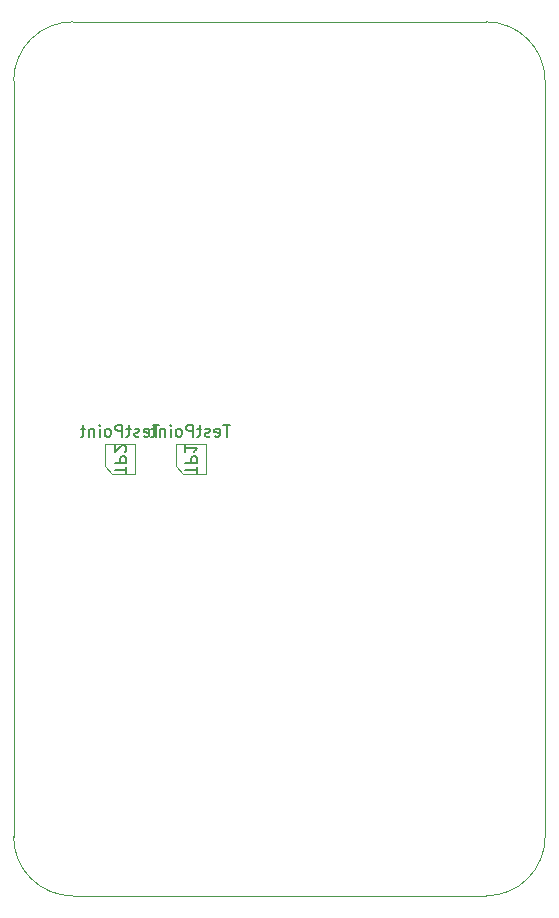
<source format=gbr>
%TF.GenerationSoftware,KiCad,Pcbnew,(5.1.10)-1*%
%TF.CreationDate,2022-05-06T17:00:31+02:00*%
%TF.ProjectId,LTE_HW,4c54455f-4857-42e6-9b69-6361645f7063,rev?*%
%TF.SameCoordinates,Original*%
%TF.FileFunction,Other,Fab,Bot*%
%FSLAX46Y46*%
G04 Gerber Fmt 4.6, Leading zero omitted, Abs format (unit mm)*
G04 Created by KiCad (PCBNEW (5.1.10)-1) date 2022-05-06 17:00:31*
%MOMM*%
%LPD*%
G01*
G04 APERTURE LIST*
%TA.AperFunction,Profile*%
%ADD10C,0.050000*%
%TD*%
%ADD11C,0.100000*%
%ADD12C,0.150000*%
G04 APERTURE END LIST*
D10*
X150000000Y-145000000D02*
G75*
G02*
X145000000Y-150000000I-5000000J0D01*
G01*
X145000000Y-76000000D02*
G75*
G02*
X150000000Y-81000000I0J-5000000D01*
G01*
X105000000Y-81000000D02*
G75*
G02*
X110000000Y-76000000I5000000J0D01*
G01*
X110000000Y-150000000D02*
G75*
G02*
X105000000Y-145000000I0J5000000D01*
G01*
X145000000Y-76000000D02*
X110000000Y-76000000D01*
X150000000Y-145000000D02*
X150000000Y-81000000D01*
X110000000Y-150000000D02*
X145000000Y-150000000D01*
X105000000Y-81000000D02*
X105000000Y-145000000D01*
D11*
%TO.C,TP2*%
X112730000Y-113635000D02*
X113365000Y-114270000D01*
X112730000Y-111730000D02*
X112730000Y-113635000D01*
X115270000Y-111730000D02*
X112730000Y-111730000D01*
X115270000Y-114270000D02*
X115270000Y-111730000D01*
X113365000Y-114270000D02*
X115270000Y-114270000D01*
%TO.C,TP1*%
X119365000Y-114270000D02*
X121270000Y-114270000D01*
X121270000Y-114270000D02*
X121270000Y-111730000D01*
X121270000Y-111730000D02*
X118730000Y-111730000D01*
X118730000Y-111730000D02*
X118730000Y-113635000D01*
X118730000Y-113635000D02*
X119365000Y-114270000D01*
%TD*%
%TO.C,TP2*%
D12*
X117333333Y-110122380D02*
X116761904Y-110122380D01*
X117047619Y-111122380D02*
X117047619Y-110122380D01*
X116047619Y-111074761D02*
X116142857Y-111122380D01*
X116333333Y-111122380D01*
X116428571Y-111074761D01*
X116476190Y-110979523D01*
X116476190Y-110598571D01*
X116428571Y-110503333D01*
X116333333Y-110455714D01*
X116142857Y-110455714D01*
X116047619Y-110503333D01*
X116000000Y-110598571D01*
X116000000Y-110693809D01*
X116476190Y-110789047D01*
X115619047Y-111074761D02*
X115523809Y-111122380D01*
X115333333Y-111122380D01*
X115238095Y-111074761D01*
X115190476Y-110979523D01*
X115190476Y-110931904D01*
X115238095Y-110836666D01*
X115333333Y-110789047D01*
X115476190Y-110789047D01*
X115571428Y-110741428D01*
X115619047Y-110646190D01*
X115619047Y-110598571D01*
X115571428Y-110503333D01*
X115476190Y-110455714D01*
X115333333Y-110455714D01*
X115238095Y-110503333D01*
X114904761Y-110455714D02*
X114523809Y-110455714D01*
X114761904Y-110122380D02*
X114761904Y-110979523D01*
X114714285Y-111074761D01*
X114619047Y-111122380D01*
X114523809Y-111122380D01*
X114190476Y-111122380D02*
X114190476Y-110122380D01*
X113809523Y-110122380D01*
X113714285Y-110170000D01*
X113666666Y-110217619D01*
X113619047Y-110312857D01*
X113619047Y-110455714D01*
X113666666Y-110550952D01*
X113714285Y-110598571D01*
X113809523Y-110646190D01*
X114190476Y-110646190D01*
X113047619Y-111122380D02*
X113142857Y-111074761D01*
X113190476Y-111027142D01*
X113238095Y-110931904D01*
X113238095Y-110646190D01*
X113190476Y-110550952D01*
X113142857Y-110503333D01*
X113047619Y-110455714D01*
X112904761Y-110455714D01*
X112809523Y-110503333D01*
X112761904Y-110550952D01*
X112714285Y-110646190D01*
X112714285Y-110931904D01*
X112761904Y-111027142D01*
X112809523Y-111074761D01*
X112904761Y-111122380D01*
X113047619Y-111122380D01*
X112285714Y-111122380D02*
X112285714Y-110455714D01*
X112285714Y-110122380D02*
X112333333Y-110170000D01*
X112285714Y-110217619D01*
X112238095Y-110170000D01*
X112285714Y-110122380D01*
X112285714Y-110217619D01*
X111809523Y-110455714D02*
X111809523Y-111122380D01*
X111809523Y-110550952D02*
X111761904Y-110503333D01*
X111666666Y-110455714D01*
X111523809Y-110455714D01*
X111428571Y-110503333D01*
X111380952Y-110598571D01*
X111380952Y-111122380D01*
X111047619Y-110455714D02*
X110666666Y-110455714D01*
X110904761Y-110122380D02*
X110904761Y-110979523D01*
X110857142Y-111074761D01*
X110761904Y-111122380D01*
X110666666Y-111122380D01*
X114547619Y-114261904D02*
X114547619Y-113690476D01*
X113547619Y-113976190D02*
X114547619Y-113976190D01*
X113547619Y-113357142D02*
X114547619Y-113357142D01*
X114547619Y-112976190D01*
X114500000Y-112880952D01*
X114452380Y-112833333D01*
X114357142Y-112785714D01*
X114214285Y-112785714D01*
X114119047Y-112833333D01*
X114071428Y-112880952D01*
X114023809Y-112976190D01*
X114023809Y-113357142D01*
X114452380Y-112404761D02*
X114500000Y-112357142D01*
X114547619Y-112261904D01*
X114547619Y-112023809D01*
X114500000Y-111928571D01*
X114452380Y-111880952D01*
X114357142Y-111833333D01*
X114261904Y-111833333D01*
X114119047Y-111880952D01*
X113547619Y-112452380D01*
X113547619Y-111833333D01*
%TO.C,TP1*%
X123333333Y-110122380D02*
X122761904Y-110122380D01*
X123047619Y-111122380D02*
X123047619Y-110122380D01*
X122047619Y-111074761D02*
X122142857Y-111122380D01*
X122333333Y-111122380D01*
X122428571Y-111074761D01*
X122476190Y-110979523D01*
X122476190Y-110598571D01*
X122428571Y-110503333D01*
X122333333Y-110455714D01*
X122142857Y-110455714D01*
X122047619Y-110503333D01*
X122000000Y-110598571D01*
X122000000Y-110693809D01*
X122476190Y-110789047D01*
X121619047Y-111074761D02*
X121523809Y-111122380D01*
X121333333Y-111122380D01*
X121238095Y-111074761D01*
X121190476Y-110979523D01*
X121190476Y-110931904D01*
X121238095Y-110836666D01*
X121333333Y-110789047D01*
X121476190Y-110789047D01*
X121571428Y-110741428D01*
X121619047Y-110646190D01*
X121619047Y-110598571D01*
X121571428Y-110503333D01*
X121476190Y-110455714D01*
X121333333Y-110455714D01*
X121238095Y-110503333D01*
X120904761Y-110455714D02*
X120523809Y-110455714D01*
X120761904Y-110122380D02*
X120761904Y-110979523D01*
X120714285Y-111074761D01*
X120619047Y-111122380D01*
X120523809Y-111122380D01*
X120190476Y-111122380D02*
X120190476Y-110122380D01*
X119809523Y-110122380D01*
X119714285Y-110170000D01*
X119666666Y-110217619D01*
X119619047Y-110312857D01*
X119619047Y-110455714D01*
X119666666Y-110550952D01*
X119714285Y-110598571D01*
X119809523Y-110646190D01*
X120190476Y-110646190D01*
X119047619Y-111122380D02*
X119142857Y-111074761D01*
X119190476Y-111027142D01*
X119238095Y-110931904D01*
X119238095Y-110646190D01*
X119190476Y-110550952D01*
X119142857Y-110503333D01*
X119047619Y-110455714D01*
X118904761Y-110455714D01*
X118809523Y-110503333D01*
X118761904Y-110550952D01*
X118714285Y-110646190D01*
X118714285Y-110931904D01*
X118761904Y-111027142D01*
X118809523Y-111074761D01*
X118904761Y-111122380D01*
X119047619Y-111122380D01*
X118285714Y-111122380D02*
X118285714Y-110455714D01*
X118285714Y-110122380D02*
X118333333Y-110170000D01*
X118285714Y-110217619D01*
X118238095Y-110170000D01*
X118285714Y-110122380D01*
X118285714Y-110217619D01*
X117809523Y-110455714D02*
X117809523Y-111122380D01*
X117809523Y-110550952D02*
X117761904Y-110503333D01*
X117666666Y-110455714D01*
X117523809Y-110455714D01*
X117428571Y-110503333D01*
X117380952Y-110598571D01*
X117380952Y-111122380D01*
X117047619Y-110455714D02*
X116666666Y-110455714D01*
X116904761Y-110122380D02*
X116904761Y-110979523D01*
X116857142Y-111074761D01*
X116761904Y-111122380D01*
X116666666Y-111122380D01*
X120547619Y-114261904D02*
X120547619Y-113690476D01*
X119547619Y-113976190D02*
X120547619Y-113976190D01*
X119547619Y-113357142D02*
X120547619Y-113357142D01*
X120547619Y-112976190D01*
X120500000Y-112880952D01*
X120452380Y-112833333D01*
X120357142Y-112785714D01*
X120214285Y-112785714D01*
X120119047Y-112833333D01*
X120071428Y-112880952D01*
X120023809Y-112976190D01*
X120023809Y-113357142D01*
X119547619Y-111833333D02*
X119547619Y-112404761D01*
X119547619Y-112119047D02*
X120547619Y-112119047D01*
X120404761Y-112214285D01*
X120309523Y-112309523D01*
X120261904Y-112404761D01*
%TD*%
M02*

</source>
